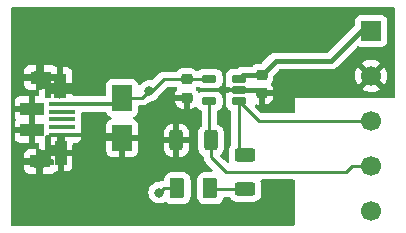
<source format=gbr>
%TF.GenerationSoftware,KiCad,Pcbnew,(6.0.7)*%
%TF.CreationDate,2022-12-26T23:37:46-05:00*%
%TF.ProjectId,Single_Li_Cell_Charger,53696e67-6c65-45f4-9c69-5f43656c6c5f,rev?*%
%TF.SameCoordinates,Original*%
%TF.FileFunction,Copper,L1,Top*%
%TF.FilePolarity,Positive*%
%FSLAX46Y46*%
G04 Gerber Fmt 4.6, Leading zero omitted, Abs format (unit mm)*
G04 Created by KiCad (PCBNEW (6.0.7)) date 2022-12-26 23:37:46*
%MOMM*%
%LPD*%
G01*
G04 APERTURE LIST*
G04 Aperture macros list*
%AMRoundRect*
0 Rectangle with rounded corners*
0 $1 Rounding radius*
0 $2 $3 $4 $5 $6 $7 $8 $9 X,Y pos of 4 corners*
0 Add a 4 corners polygon primitive as box body*
4,1,4,$2,$3,$4,$5,$6,$7,$8,$9,$2,$3,0*
0 Add four circle primitives for the rounded corners*
1,1,$1+$1,$2,$3*
1,1,$1+$1,$4,$5*
1,1,$1+$1,$6,$7*
1,1,$1+$1,$8,$9*
0 Add four rect primitives between the rounded corners*
20,1,$1+$1,$2,$3,$4,$5,0*
20,1,$1+$1,$4,$5,$6,$7,0*
20,1,$1+$1,$6,$7,$8,$9,0*
20,1,$1+$1,$8,$9,$2,$3,0*%
G04 Aperture macros list end*
%TA.AperFunction,SMDPad,CuDef*%
%ADD10R,2.170000X0.400000*%
%TD*%
%TA.AperFunction,SMDPad,CuDef*%
%ADD11R,0.500000X2.101500*%
%TD*%
%TA.AperFunction,SMDPad,CuDef*%
%ADD12R,0.550000X2.103000*%
%TD*%
%TA.AperFunction,ComponentPad*%
%ADD13O,0.900000X1.300000*%
%TD*%
%TA.AperFunction,SMDPad,CuDef*%
%ADD14R,2.000000X1.100000*%
%TD*%
%TA.AperFunction,SMDPad,CuDef*%
%ADD15R,1.016000X2.106000*%
%TD*%
%TA.AperFunction,ComponentPad*%
%ADD16O,1.500000X1.100000*%
%TD*%
%TA.AperFunction,SMDPad,CuDef*%
%ADD17R,1.700000X1.100000*%
%TD*%
%TA.AperFunction,SMDPad,CuDef*%
%ADD18R,1.800000X1.100000*%
%TD*%
%TA.AperFunction,SMDPad,CuDef*%
%ADD19R,0.983000X2.103000*%
%TD*%
%TA.AperFunction,SMDPad,CuDef*%
%ADD20RoundRect,0.250000X0.312500X0.625000X-0.312500X0.625000X-0.312500X-0.625000X0.312500X-0.625000X0*%
%TD*%
%TA.AperFunction,ComponentPad*%
%ADD21C,1.700000*%
%TD*%
%TA.AperFunction,SMDPad,CuDef*%
%ADD22RoundRect,0.250000X0.625000X-0.312500X0.625000X0.312500X-0.625000X0.312500X-0.625000X-0.312500X0*%
%TD*%
%TA.AperFunction,SMDPad,CuDef*%
%ADD23R,1.651000X2.184400*%
%TD*%
%TA.AperFunction,SMDPad,CuDef*%
%ADD24RoundRect,0.250000X0.375000X0.625000X-0.375000X0.625000X-0.375000X-0.625000X0.375000X-0.625000X0*%
%TD*%
%TA.AperFunction,ComponentPad*%
%ADD25R,1.700000X1.700000*%
%TD*%
%TA.AperFunction,SMDPad,CuDef*%
%ADD26RoundRect,0.225000X-0.250000X0.225000X-0.250000X-0.225000X0.250000X-0.225000X0.250000X0.225000X0*%
%TD*%
%TA.AperFunction,SMDPad,CuDef*%
%ADD27RoundRect,0.090000X0.520000X0.210000X-0.520000X0.210000X-0.520000X-0.210000X0.520000X-0.210000X0*%
%TD*%
%TA.AperFunction,ViaPad*%
%ADD28C,0.800000*%
%TD*%
%TA.AperFunction,Conductor*%
%ADD29C,0.250000*%
%TD*%
%TA.AperFunction,Conductor*%
%ADD30C,0.350000*%
%TD*%
%TA.AperFunction,Conductor*%
%ADD31C,0.400000*%
%TD*%
G04 APERTURE END LIST*
D10*
%TO.P,J1,1,VBUS*%
%TO.N,VDD*%
X22860000Y-22700000D03*
%TO.P,J1,2,D-*%
%TO.N,unconnected-(J1-Pad2)*%
X22860000Y-23350000D03*
%TO.P,J1,3,D+*%
%TO.N,unconnected-(J1-Pad3)*%
X22860000Y-24000000D03*
%TO.P,J1,4,ID*%
%TO.N,unconnected-(J1-Pad4)*%
X22860000Y-24650000D03*
%TO.P,J1,5,GND*%
%TO.N,-BATT*%
X22860000Y-25300000D03*
D11*
%TO.P,J1,6,Shield*%
X21645000Y-26849250D03*
D12*
X21670000Y-21151500D03*
D13*
X22720000Y-26410000D03*
D14*
X20345000Y-24900000D03*
D15*
X22699000Y-21153000D03*
D13*
X22720000Y-21570000D03*
D16*
X20870000Y-27575000D03*
D17*
X20995000Y-27550000D03*
D18*
X21045000Y-20450000D03*
D19*
X22736500Y-26848500D03*
D16*
X20870000Y-20425000D03*
D14*
X20345000Y-23100000D03*
%TD*%
D20*
%TO.P,Rprog1,1*%
%TO.N,Net-(J4-Pad1)*%
X35462500Y-25781000D03*
%TO.P,Rprog1,2*%
%TO.N,-BATT*%
X32537500Y-25781000D03*
%TD*%
D21*
%TO.P,J4,1,Pin_1*%
%TO.N,Net-(J4-Pad1)*%
X49022000Y-27940000D03*
%TD*%
D22*
%TO.P,Rled,1*%
%TO.N,Net-(D2-Pad1)*%
X38354000Y-29910500D03*
%TO.P,Rled,2*%
%TO.N,Net-(J3-Pad1)*%
X38354000Y-26985500D03*
%TD*%
D21*
%TO.P,J3,1,Pin_1*%
%TO.N,Net-(J3-Pad1)*%
X49022000Y-24130000D03*
%TD*%
%TO.P,J6,1,Pin_1*%
%TO.N,-BATT*%
X49022000Y-20320000D03*
%TD*%
D23*
%TO.P,D1,1,K*%
%TO.N,VDD*%
X27940000Y-22174200D03*
%TO.P,D1,2,A*%
%TO.N,-BATT*%
X27940000Y-25577800D03*
%TD*%
D24*
%TO.P,D2,1,K*%
%TO.N,Net-(D2-Pad1)*%
X35400000Y-29810000D03*
%TO.P,D2,2,A*%
%TO.N,VDD*%
X32600000Y-29810000D03*
%TD*%
D25*
%TO.P,J5,1,Pin_1*%
%TO.N,+BATT*%
X49022000Y-16510000D03*
%TD*%
D26*
%TO.P,C2,1*%
%TO.N,+BATT*%
X39751000Y-20230000D03*
%TO.P,C2,2*%
%TO.N,-BATT*%
X39751000Y-21780000D03*
%TD*%
D27*
%TO.P,U1,1,STAT*%
%TO.N,Net-(J3-Pad1)*%
X37821000Y-22450000D03*
%TO.P,U1,2,VSS*%
%TO.N,-BATT*%
X37821000Y-21500000D03*
%TO.P,U1,3,VBAT*%
%TO.N,+BATT*%
X37821000Y-20550000D03*
%TO.P,U1,4,VDD*%
%TO.N,VDD*%
X35331000Y-20550000D03*
%TO.P,U1,5,PROG*%
%TO.N,Net-(J4-Pad1)*%
X35331000Y-22450000D03*
%TD*%
D21*
%TO.P,J2,1,Pin_1*%
%TO.N,VDD*%
X49022000Y-31750000D03*
%TD*%
D26*
%TO.P,C1,1*%
%TO.N,VDD*%
X33401000Y-20598000D03*
%TO.P,C1,2*%
%TO.N,-BATT*%
X33401000Y-22148000D03*
%TD*%
D28*
%TO.N,VDD*%
X30226000Y-21590000D03*
X31079000Y-30191000D03*
%TD*%
D29*
%TO.N,VDD*%
X27940000Y-22174200D02*
X29641800Y-22174200D01*
X31472000Y-20598000D02*
X33401000Y-20598000D01*
X31460000Y-29810000D02*
X32600000Y-29810000D01*
X33401000Y-20598000D02*
X35283000Y-20598000D01*
X31079000Y-30191000D02*
X31460000Y-29810000D01*
X29641800Y-22174200D02*
X30226000Y-21590000D01*
X30480000Y-21590000D02*
X31472000Y-20598000D01*
D30*
X27414200Y-22700000D02*
X27940000Y-22174200D01*
X22860000Y-22700000D02*
X27414200Y-22700000D01*
D29*
X30226000Y-21590000D02*
X30480000Y-21590000D01*
D30*
%TO.N,-BATT*%
X27662200Y-25300000D02*
X27940000Y-25577800D01*
X22860000Y-25300000D02*
X27662200Y-25300000D01*
D31*
X39471000Y-21500000D02*
X39751000Y-21780000D01*
X37821000Y-21500000D02*
X39471000Y-21500000D01*
%TO.N,+BATT*%
X38141000Y-20230000D02*
X39751000Y-20230000D01*
X37821000Y-20550000D02*
X38141000Y-20230000D01*
X48133000Y-16510000D02*
X49022000Y-16510000D01*
X40931000Y-19050000D02*
X39751000Y-20230000D01*
X45593000Y-19050000D02*
X48133000Y-16510000D01*
X45593000Y-19050000D02*
X40931000Y-19050000D01*
D29*
%TO.N,Net-(D2-Pad1)*%
X35500500Y-29910500D02*
X35400000Y-29810000D01*
X38354000Y-29910500D02*
X35500500Y-29910500D01*
%TO.N,Net-(J3-Pad1)*%
X49022000Y-24130000D02*
X39501000Y-24130000D01*
X37821000Y-26452500D02*
X37821000Y-22450000D01*
X38354000Y-26985500D02*
X37821000Y-26452500D01*
X39501000Y-24130000D02*
X37821000Y-22450000D01*
%TO.N,Net-(J4-Pad1)*%
X36703000Y-28448000D02*
X46863000Y-28448000D01*
X35462500Y-25781000D02*
X35462500Y-27207500D01*
X35462500Y-27207500D02*
X36703000Y-28448000D01*
X35331000Y-25649500D02*
X35462500Y-25781000D01*
X47371000Y-27940000D02*
X49022000Y-27940000D01*
X46863000Y-28448000D02*
X47371000Y-27940000D01*
X35331000Y-22450000D02*
X35331000Y-25649500D01*
%TD*%
%TA.AperFunction,Conductor*%
%TO.N,-BATT*%
G36*
X50995621Y-14498502D02*
G01*
X51042114Y-14552158D01*
X51053500Y-14604500D01*
X51053500Y-22099000D01*
X51033498Y-22167121D01*
X50979842Y-22213614D01*
X50927500Y-22225000D01*
X42545000Y-22225000D01*
X42545000Y-23370500D01*
X42524998Y-23438621D01*
X42471342Y-23485114D01*
X42419000Y-23496500D01*
X39815595Y-23496500D01*
X39747474Y-23476498D01*
X39726500Y-23459595D01*
X39193656Y-22926751D01*
X39159630Y-22864439D01*
X39164695Y-22793624D01*
X39207242Y-22736788D01*
X39273762Y-22711977D01*
X39322417Y-22718063D01*
X39344807Y-22725489D01*
X39358190Y-22728358D01*
X39449097Y-22737672D01*
X39455513Y-22738000D01*
X39478885Y-22738000D01*
X39494124Y-22733525D01*
X39495329Y-22732135D01*
X39497000Y-22724452D01*
X39497000Y-22719885D01*
X40005000Y-22719885D01*
X40009475Y-22735124D01*
X40010865Y-22736329D01*
X40018548Y-22738000D01*
X40046438Y-22738000D01*
X40052953Y-22737663D01*
X40145057Y-22728106D01*
X40158456Y-22725212D01*
X40307107Y-22675619D01*
X40320286Y-22669445D01*
X40453173Y-22587212D01*
X40464574Y-22578176D01*
X40574986Y-22467571D01*
X40583998Y-22456160D01*
X40666004Y-22323120D01*
X40672151Y-22309939D01*
X40721491Y-22161186D01*
X40724358Y-22147810D01*
X40733672Y-22056903D01*
X40733929Y-22051874D01*
X40729525Y-22036876D01*
X40728135Y-22035671D01*
X40720452Y-22034000D01*
X40023115Y-22034000D01*
X40007876Y-22038475D01*
X40006671Y-22039865D01*
X40005000Y-22047548D01*
X40005000Y-22719885D01*
X39497000Y-22719885D01*
X39497000Y-21652000D01*
X39517002Y-21583879D01*
X39570658Y-21537386D01*
X39623000Y-21526000D01*
X40715885Y-21526000D01*
X40731124Y-21521525D01*
X40732329Y-21520135D01*
X40734000Y-21512452D01*
X40734000Y-21509562D01*
X40733663Y-21503047D01*
X40727625Y-21444853D01*
X48261977Y-21444853D01*
X48267258Y-21451907D01*
X48428756Y-21546279D01*
X48438042Y-21550729D01*
X48637001Y-21626703D01*
X48646899Y-21629579D01*
X48855595Y-21672038D01*
X48865823Y-21673257D01*
X49078650Y-21681062D01*
X49088936Y-21680595D01*
X49300185Y-21653534D01*
X49310262Y-21651392D01*
X49514255Y-21590191D01*
X49523842Y-21586433D01*
X49715098Y-21492738D01*
X49723944Y-21487465D01*
X49771247Y-21453723D01*
X49779648Y-21443023D01*
X49772660Y-21429870D01*
X49034812Y-20692022D01*
X49020868Y-20684408D01*
X49019035Y-20684539D01*
X49012420Y-20688790D01*
X48268737Y-21432473D01*
X48261977Y-21444853D01*
X40727625Y-21444853D01*
X40724106Y-21410943D01*
X40721212Y-21397544D01*
X40671619Y-21248893D01*
X40665445Y-21235714D01*
X40583212Y-21102827D01*
X40569629Y-21085689D01*
X40571559Y-21084159D01*
X40543097Y-21032120D01*
X40548113Y-20961301D01*
X40571799Y-20924383D01*
X40570843Y-20923628D01*
X40575381Y-20917882D01*
X40580552Y-20912702D01*
X40590953Y-20895829D01*
X40666462Y-20773331D01*
X40666463Y-20773329D01*
X40670302Y-20767101D01*
X40724149Y-20604757D01*
X40726660Y-20580255D01*
X40729083Y-20556599D01*
X40734500Y-20503732D01*
X40734500Y-20300660D01*
X40737083Y-20291863D01*
X47660050Y-20291863D01*
X47672309Y-20504477D01*
X47673745Y-20514697D01*
X47720565Y-20722446D01*
X47723645Y-20732275D01*
X47803770Y-20929603D01*
X47808413Y-20938794D01*
X47888460Y-21069420D01*
X47898916Y-21078880D01*
X47907694Y-21075096D01*
X48649978Y-20332812D01*
X48656356Y-20321132D01*
X49386408Y-20321132D01*
X49386539Y-20322965D01*
X49390790Y-20329580D01*
X50132474Y-21071264D01*
X50144484Y-21077823D01*
X50156223Y-21068855D01*
X50187004Y-21026019D01*
X50192315Y-21017180D01*
X50286670Y-20826267D01*
X50290469Y-20816672D01*
X50352376Y-20612915D01*
X50354555Y-20602834D01*
X50382590Y-20389887D01*
X50383109Y-20383212D01*
X50384572Y-20323364D01*
X50384378Y-20316646D01*
X50366781Y-20102604D01*
X50365096Y-20092424D01*
X50313214Y-19885875D01*
X50309894Y-19876124D01*
X50224972Y-19680814D01*
X50220105Y-19671739D01*
X50155063Y-19571197D01*
X50144377Y-19561995D01*
X50134812Y-19566398D01*
X49394022Y-20307188D01*
X49386408Y-20321132D01*
X48656356Y-20321132D01*
X48657592Y-20318868D01*
X48657461Y-20317035D01*
X48653210Y-20310420D01*
X47911849Y-19569059D01*
X47900313Y-19562759D01*
X47888031Y-19572382D01*
X47840089Y-19642662D01*
X47835004Y-19651613D01*
X47745338Y-19844783D01*
X47741775Y-19854470D01*
X47684864Y-20059681D01*
X47682933Y-20069800D01*
X47660302Y-20281574D01*
X47660050Y-20291863D01*
X40737083Y-20291863D01*
X40754502Y-20232539D01*
X40771405Y-20211565D01*
X41187565Y-19795405D01*
X41249877Y-19761379D01*
X41276660Y-19758500D01*
X45564088Y-19758500D01*
X45572658Y-19758792D01*
X45622776Y-19762209D01*
X45622780Y-19762209D01*
X45630352Y-19762725D01*
X45637829Y-19761420D01*
X45637830Y-19761420D01*
X45669876Y-19755827D01*
X45693303Y-19751738D01*
X45699821Y-19750777D01*
X45763242Y-19743102D01*
X45770343Y-19740419D01*
X45772952Y-19739778D01*
X45789262Y-19735315D01*
X45791798Y-19734550D01*
X45799284Y-19733243D01*
X45857800Y-19707556D01*
X45863904Y-19705065D01*
X45873620Y-19701394D01*
X45923656Y-19682487D01*
X45929919Y-19678183D01*
X45932285Y-19676946D01*
X45947097Y-19668701D01*
X45949351Y-19667368D01*
X45956305Y-19664315D01*
X46007002Y-19625413D01*
X46012332Y-19621541D01*
X46058720Y-19589661D01*
X46058725Y-19589656D01*
X46064981Y-19585357D01*
X46074271Y-19574931D01*
X46106435Y-19538830D01*
X46111416Y-19533554D01*
X46448543Y-19196427D01*
X48263223Y-19196427D01*
X48269968Y-19208758D01*
X49009188Y-19947978D01*
X49023132Y-19955592D01*
X49024965Y-19955461D01*
X49031580Y-19951210D01*
X49775389Y-19207401D01*
X49782410Y-19194544D01*
X49775611Y-19185213D01*
X49771554Y-19182518D01*
X49585117Y-19079599D01*
X49575705Y-19075369D01*
X49374959Y-19004280D01*
X49364989Y-19001646D01*
X49155327Y-18964301D01*
X49145073Y-18963331D01*
X48932116Y-18960728D01*
X48921832Y-18961448D01*
X48711321Y-18993661D01*
X48701293Y-18996050D01*
X48498868Y-19062212D01*
X48489359Y-19066209D01*
X48300466Y-19164540D01*
X48291734Y-19170039D01*
X48271677Y-19185099D01*
X48263223Y-19196427D01*
X46448543Y-19196427D01*
X47801788Y-17843183D01*
X47864100Y-17809157D01*
X47935112Y-17814296D01*
X48054282Y-17858971D01*
X48054288Y-17858973D01*
X48061684Y-17861745D01*
X48123866Y-17868500D01*
X49920134Y-17868500D01*
X49982316Y-17861745D01*
X50118705Y-17810615D01*
X50235261Y-17723261D01*
X50322615Y-17606705D01*
X50373745Y-17470316D01*
X50380500Y-17408134D01*
X50380500Y-15611866D01*
X50373745Y-15549684D01*
X50322615Y-15413295D01*
X50235261Y-15296739D01*
X50118705Y-15209385D01*
X49982316Y-15158255D01*
X49920134Y-15151500D01*
X48123866Y-15151500D01*
X48061684Y-15158255D01*
X47925295Y-15209385D01*
X47808739Y-15296739D01*
X47721385Y-15413295D01*
X47670255Y-15549684D01*
X47663500Y-15611866D01*
X47663500Y-15923870D01*
X47643498Y-15991991D01*
X47631582Y-16007682D01*
X47619548Y-16021190D01*
X47614584Y-16026446D01*
X45336435Y-18304595D01*
X45274123Y-18338621D01*
X45247340Y-18341500D01*
X40959912Y-18341500D01*
X40951342Y-18341208D01*
X40901224Y-18337791D01*
X40901220Y-18337791D01*
X40893648Y-18337275D01*
X40886171Y-18338580D01*
X40886170Y-18338580D01*
X40859692Y-18343201D01*
X40830697Y-18348262D01*
X40824179Y-18349223D01*
X40760758Y-18356898D01*
X40753657Y-18359581D01*
X40751048Y-18360222D01*
X40734738Y-18364685D01*
X40732202Y-18365450D01*
X40724716Y-18366757D01*
X40717759Y-18369811D01*
X40666205Y-18392442D01*
X40660101Y-18394933D01*
X40600344Y-18417513D01*
X40594081Y-18421817D01*
X40591715Y-18423054D01*
X40576903Y-18431299D01*
X40574649Y-18432632D01*
X40567695Y-18435685D01*
X40516998Y-18474587D01*
X40511668Y-18478459D01*
X40465280Y-18510339D01*
X40465275Y-18510344D01*
X40459019Y-18514643D01*
X40453968Y-18520313D01*
X40453966Y-18520314D01*
X40417565Y-18561170D01*
X40412584Y-18566446D01*
X39744435Y-19234595D01*
X39682123Y-19268621D01*
X39655340Y-19271500D01*
X39452268Y-19271500D01*
X39449022Y-19271837D01*
X39449018Y-19271837D01*
X39414917Y-19275375D01*
X39349981Y-19282113D01*
X39343440Y-19284295D01*
X39343441Y-19284295D01*
X39194676Y-19333927D01*
X39194674Y-19333928D01*
X39187732Y-19336244D01*
X39181508Y-19340096D01*
X39181507Y-19340096D01*
X39082245Y-19401521D01*
X39042287Y-19426248D01*
X39037114Y-19431430D01*
X39037109Y-19431434D01*
X38984119Y-19484517D01*
X38921837Y-19518597D01*
X38894946Y-19521500D01*
X38169912Y-19521500D01*
X38161342Y-19521208D01*
X38111224Y-19517791D01*
X38111220Y-19517791D01*
X38103648Y-19517275D01*
X38096171Y-19518580D01*
X38096170Y-19518580D01*
X38096073Y-19518597D01*
X38040703Y-19528261D01*
X38034186Y-19529222D01*
X37970758Y-19536898D01*
X37963650Y-19539584D01*
X37961056Y-19540221D01*
X37944750Y-19544682D01*
X37942199Y-19545452D01*
X37934716Y-19546758D01*
X37927764Y-19549810D01*
X37927763Y-19549810D01*
X37876212Y-19572439D01*
X37870105Y-19574931D01*
X37824931Y-19592001D01*
X37810344Y-19597513D01*
X37804083Y-19601816D01*
X37801717Y-19603053D01*
X37786937Y-19611280D01*
X37784652Y-19612631D01*
X37777695Y-19615685D01*
X37771675Y-19620305D01*
X37771669Y-19620308D01*
X37746659Y-19639500D01*
X37726998Y-19654587D01*
X37721668Y-19658459D01*
X37675280Y-19690339D01*
X37675275Y-19690344D01*
X37669019Y-19694643D01*
X37663967Y-19700313D01*
X37658269Y-19705337D01*
X37657180Y-19704102D01*
X37604603Y-19736875D01*
X37570776Y-19741501D01*
X37261776Y-19741501D01*
X37257692Y-19742039D01*
X37257686Y-19742039D01*
X37209249Y-19748416D01*
X37144760Y-19756905D01*
X37137138Y-19760062D01*
X37137135Y-19760063D01*
X37006796Y-19814052D01*
X37006794Y-19814053D01*
X36999168Y-19817212D01*
X36874145Y-19913145D01*
X36778212Y-20038168D01*
X36775053Y-20045794D01*
X36775052Y-20045796D01*
X36769301Y-20059681D01*
X36717905Y-20183760D01*
X36716828Y-20191944D01*
X36716827Y-20191946D01*
X36714244Y-20211565D01*
X36702500Y-20300775D01*
X36702501Y-20799224D01*
X36717905Y-20916240D01*
X36721063Y-20923865D01*
X36721065Y-20923871D01*
X36743252Y-20977434D01*
X36750842Y-21048024D01*
X36743253Y-21073871D01*
X36721552Y-21126261D01*
X36717314Y-21142079D01*
X36705998Y-21228039D01*
X36708209Y-21242221D01*
X36721367Y-21246000D01*
X36908454Y-21246000D01*
X36976575Y-21266002D01*
X36985156Y-21272037D01*
X36999168Y-21282788D01*
X37144760Y-21343095D01*
X37152944Y-21344172D01*
X37152946Y-21344173D01*
X37257688Y-21357962D01*
X37261775Y-21358500D01*
X37272365Y-21358500D01*
X37949001Y-21358499D01*
X38017121Y-21378501D01*
X38063614Y-21432157D01*
X38075000Y-21484499D01*
X38075000Y-21515500D01*
X38054998Y-21583621D01*
X38001342Y-21630114D01*
X37949000Y-21641500D01*
X37272368Y-21641501D01*
X37261776Y-21641501D01*
X37257692Y-21642039D01*
X37257686Y-21642039D01*
X37209249Y-21648416D01*
X37144760Y-21656905D01*
X37137138Y-21660062D01*
X37137135Y-21660063D01*
X37071964Y-21687058D01*
X36999168Y-21717212D01*
X36992618Y-21722238D01*
X36985157Y-21727963D01*
X36918936Y-21753563D01*
X36908454Y-21754000D01*
X36721748Y-21754000D01*
X36707977Y-21758044D01*
X36705948Y-21771583D01*
X36717314Y-21857921D01*
X36721551Y-21873735D01*
X36743253Y-21926127D01*
X36750842Y-21996717D01*
X36743253Y-22022564D01*
X36727699Y-22060116D01*
X36717905Y-22083760D01*
X36716828Y-22091944D01*
X36716827Y-22091946D01*
X36705009Y-22181715D01*
X36702500Y-22200775D01*
X36702501Y-22699224D01*
X36703039Y-22703308D01*
X36703039Y-22703314D01*
X36708508Y-22744859D01*
X36717905Y-22816240D01*
X36721062Y-22823862D01*
X36721063Y-22823865D01*
X36772538Y-22948134D01*
X36778212Y-22961832D01*
X36874145Y-23086855D01*
X36999168Y-23182788D01*
X37006798Y-23185949D01*
X37006799Y-23185949D01*
X37109718Y-23228580D01*
X37164999Y-23273129D01*
X37187500Y-23344989D01*
X37187500Y-26089664D01*
X37167498Y-26157785D01*
X37150674Y-26178681D01*
X37129695Y-26199697D01*
X37036885Y-26350262D01*
X37034581Y-26357209D01*
X36987918Y-26497895D01*
X36981203Y-26518139D01*
X36980503Y-26524975D01*
X36980502Y-26524978D01*
X36977526Y-26554022D01*
X36970500Y-26622600D01*
X36970500Y-27348400D01*
X36970837Y-27351646D01*
X36970837Y-27351650D01*
X36977196Y-27412931D01*
X36981474Y-27454166D01*
X36983655Y-27460702D01*
X36983655Y-27460704D01*
X37000906Y-27512411D01*
X37003490Y-27583360D01*
X36967306Y-27644444D01*
X36903842Y-27676269D01*
X36833247Y-27668730D01*
X36792286Y-27641382D01*
X36569547Y-27418642D01*
X36291424Y-27140519D01*
X36257399Y-27078207D01*
X36262464Y-27007391D01*
X36291347Y-26962406D01*
X36369134Y-26884483D01*
X36374305Y-26879303D01*
X36430828Y-26787606D01*
X36463275Y-26734968D01*
X36463276Y-26734966D01*
X36467115Y-26728738D01*
X36512194Y-26592829D01*
X36520632Y-26567389D01*
X36520632Y-26567387D01*
X36522797Y-26560861D01*
X36523843Y-26550658D01*
X36531389Y-26477000D01*
X36533500Y-26456400D01*
X36533500Y-25105600D01*
X36532455Y-25095525D01*
X36523238Y-25006692D01*
X36523237Y-25006688D01*
X36522526Y-24999834D01*
X36489730Y-24901531D01*
X36468868Y-24839002D01*
X36466550Y-24832054D01*
X36373478Y-24681652D01*
X36342179Y-24650407D01*
X36253483Y-24561866D01*
X36248303Y-24556695D01*
X36129574Y-24483509D01*
X36103968Y-24467725D01*
X36103966Y-24467724D01*
X36097738Y-24463885D01*
X36050832Y-24448327D01*
X35992472Y-24407896D01*
X35965236Y-24342331D01*
X35964500Y-24328734D01*
X35964500Y-23344989D01*
X35984502Y-23276868D01*
X36042282Y-23228580D01*
X36145201Y-23185949D01*
X36145202Y-23185949D01*
X36152832Y-23182788D01*
X36277855Y-23086855D01*
X36373788Y-22961832D01*
X36379938Y-22946986D01*
X36430936Y-22823866D01*
X36434095Y-22816240D01*
X36435220Y-22807700D01*
X36448962Y-22703312D01*
X36448962Y-22703311D01*
X36449500Y-22699225D01*
X36449499Y-22200776D01*
X36448644Y-22194276D01*
X36435795Y-22096676D01*
X36434095Y-22083760D01*
X36424302Y-22060116D01*
X36376948Y-21945796D01*
X36376947Y-21945794D01*
X36373788Y-21938168D01*
X36288391Y-21826876D01*
X36282878Y-21819691D01*
X36277855Y-21813145D01*
X36152832Y-21717212D01*
X36145206Y-21714053D01*
X36145204Y-21714052D01*
X36014866Y-21660064D01*
X36014867Y-21660064D01*
X36007240Y-21656905D01*
X35999056Y-21655828D01*
X35999054Y-21655827D01*
X35894312Y-21642038D01*
X35894311Y-21642038D01*
X35890225Y-21641500D01*
X35331068Y-21641500D01*
X34771776Y-21641501D01*
X34767692Y-21642039D01*
X34767686Y-21642039D01*
X34719249Y-21648416D01*
X34654760Y-21656905D01*
X34647138Y-21660062D01*
X34647135Y-21660063D01*
X34565304Y-21693960D01*
X34509168Y-21717212D01*
X34509028Y-21716873D01*
X34445007Y-21732408D01*
X34377914Y-21709190D01*
X34334024Y-21653385D01*
X34331472Y-21646426D01*
X34321619Y-21616893D01*
X34315445Y-21603714D01*
X34233212Y-21470827D01*
X34219629Y-21453689D01*
X34221559Y-21452159D01*
X34193097Y-21400120D01*
X34198113Y-21329301D01*
X34221799Y-21292382D01*
X34220844Y-21291627D01*
X34225382Y-21285881D01*
X34230552Y-21280702D01*
X34232014Y-21278330D01*
X34288412Y-21238345D01*
X34329376Y-21231500D01*
X34399556Y-21231500D01*
X34467677Y-21251502D01*
X34476260Y-21257537D01*
X34509168Y-21282788D01*
X34516794Y-21285947D01*
X34516796Y-21285948D01*
X34604303Y-21322195D01*
X34654760Y-21343095D01*
X34662944Y-21344172D01*
X34662946Y-21344173D01*
X34767688Y-21357962D01*
X34771775Y-21358500D01*
X35330932Y-21358500D01*
X35890224Y-21358499D01*
X35894308Y-21357961D01*
X35894314Y-21357961D01*
X35942751Y-21351584D01*
X36007240Y-21343095D01*
X36014862Y-21339938D01*
X36014865Y-21339937D01*
X36145204Y-21285948D01*
X36145206Y-21285947D01*
X36152832Y-21282788D01*
X36277855Y-21186855D01*
X36373788Y-21061832D01*
X36377424Y-21053056D01*
X36430936Y-20923866D01*
X36434095Y-20916240D01*
X36435279Y-20907251D01*
X36448962Y-20803312D01*
X36448962Y-20803311D01*
X36449500Y-20799225D01*
X36449499Y-20300776D01*
X36446972Y-20281574D01*
X36435706Y-20196000D01*
X36434095Y-20183760D01*
X36430937Y-20176134D01*
X36376948Y-20045796D01*
X36376947Y-20045794D01*
X36373788Y-20038168D01*
X36277855Y-19913145D01*
X36152832Y-19817212D01*
X36145206Y-19814053D01*
X36145204Y-19814052D01*
X36057697Y-19777805D01*
X36007240Y-19756905D01*
X35999056Y-19755828D01*
X35999054Y-19755827D01*
X35894312Y-19742038D01*
X35894311Y-19742038D01*
X35890225Y-19741500D01*
X35331068Y-19741500D01*
X34771776Y-19741501D01*
X34767692Y-19742039D01*
X34767686Y-19742039D01*
X34719249Y-19748416D01*
X34654760Y-19756905D01*
X34647138Y-19760062D01*
X34647135Y-19760063D01*
X34516796Y-19814052D01*
X34516794Y-19814053D01*
X34509168Y-19817212D01*
X34384145Y-19913145D01*
X34382004Y-19910354D01*
X34333912Y-19936615D01*
X34263097Y-19931550D01*
X34218113Y-19902668D01*
X34108702Y-19793448D01*
X34090769Y-19782394D01*
X33969331Y-19707538D01*
X33969329Y-19707537D01*
X33963101Y-19703698D01*
X33800757Y-19649851D01*
X33793920Y-19649151D01*
X33793918Y-19649150D01*
X33752599Y-19644917D01*
X33699732Y-19639500D01*
X33102268Y-19639500D01*
X33099022Y-19639837D01*
X33099018Y-19639837D01*
X33071793Y-19642662D01*
X32999981Y-19650113D01*
X32965263Y-19661696D01*
X32844676Y-19701927D01*
X32844674Y-19701928D01*
X32837732Y-19704244D01*
X32831508Y-19708096D01*
X32831507Y-19708096D01*
X32743228Y-19762725D01*
X32692287Y-19794248D01*
X32687114Y-19799430D01*
X32669363Y-19817212D01*
X32571448Y-19915298D01*
X32569986Y-19917670D01*
X32513588Y-19957655D01*
X32472624Y-19964500D01*
X31550767Y-19964500D01*
X31539584Y-19963973D01*
X31532091Y-19962298D01*
X31524165Y-19962547D01*
X31524164Y-19962547D01*
X31464001Y-19964438D01*
X31460043Y-19964500D01*
X31432144Y-19964500D01*
X31428154Y-19965004D01*
X31416320Y-19965936D01*
X31372111Y-19967326D01*
X31364497Y-19969538D01*
X31364492Y-19969539D01*
X31352659Y-19972977D01*
X31333296Y-19976988D01*
X31313203Y-19979526D01*
X31305836Y-19982443D01*
X31305831Y-19982444D01*
X31272092Y-19995802D01*
X31260865Y-19999646D01*
X31218407Y-20011982D01*
X31211581Y-20016019D01*
X31200972Y-20022293D01*
X31183224Y-20030988D01*
X31164383Y-20038448D01*
X31157967Y-20043110D01*
X31157966Y-20043110D01*
X31128613Y-20064436D01*
X31118693Y-20070952D01*
X31087465Y-20089420D01*
X31087462Y-20089422D01*
X31080638Y-20093458D01*
X31066317Y-20107779D01*
X31051284Y-20120619D01*
X31034893Y-20132528D01*
X31029842Y-20138634D01*
X31006702Y-20166605D01*
X30998712Y-20175384D01*
X30510977Y-20663119D01*
X30448665Y-20697145D01*
X30395686Y-20697271D01*
X30327946Y-20682873D01*
X30327947Y-20682873D01*
X30321487Y-20681500D01*
X30130513Y-20681500D01*
X30124061Y-20682872D01*
X30124056Y-20682872D01*
X30037113Y-20701353D01*
X29943712Y-20721206D01*
X29937682Y-20723891D01*
X29937681Y-20723891D01*
X29775278Y-20796197D01*
X29775276Y-20796198D01*
X29769248Y-20798882D01*
X29763907Y-20802762D01*
X29763906Y-20802763D01*
X29763148Y-20803314D01*
X29614747Y-20911134D01*
X29610326Y-20916044D01*
X29610325Y-20916045D01*
X29487266Y-21052716D01*
X29426820Y-21089956D01*
X29355836Y-21088604D01*
X29296852Y-21049091D01*
X29270519Y-20987081D01*
X29269925Y-20987222D01*
X29269092Y-20983720D01*
X29268367Y-20982012D01*
X29268099Y-20979540D01*
X29268098Y-20979536D01*
X29267245Y-20971684D01*
X29216115Y-20835295D01*
X29128761Y-20718739D01*
X29012205Y-20631385D01*
X28875816Y-20580255D01*
X28813634Y-20573500D01*
X27066366Y-20573500D01*
X27004184Y-20580255D01*
X26867795Y-20631385D01*
X26751239Y-20718739D01*
X26663885Y-20835295D01*
X26612755Y-20971684D01*
X26606000Y-21033866D01*
X26606000Y-21890500D01*
X26585998Y-21958621D01*
X26532342Y-22005114D01*
X26480000Y-22016500D01*
X24126826Y-22016500D01*
X24082596Y-22008482D01*
X24055316Y-21998255D01*
X23993134Y-21991500D01*
X23841000Y-21991500D01*
X23772879Y-21971498D01*
X23726386Y-21917842D01*
X23715000Y-21865500D01*
X23715000Y-21842115D01*
X23710525Y-21826876D01*
X23709135Y-21825671D01*
X23701452Y-21824000D01*
X22971115Y-21824000D01*
X22955876Y-21828475D01*
X22954671Y-21829865D01*
X22953000Y-21837548D01*
X22953000Y-21865500D01*
X22932998Y-21933621D01*
X22879342Y-21980114D01*
X22827000Y-21991500D01*
X22571000Y-21991500D01*
X22502879Y-21971498D01*
X22456386Y-21917842D01*
X22445000Y-21865500D01*
X22445000Y-21842115D01*
X22440525Y-21826876D01*
X22439135Y-21825671D01*
X22431452Y-21824000D01*
X21848000Y-21824000D01*
X21779879Y-21803998D01*
X21733386Y-21750342D01*
X21722000Y-21698000D01*
X21722000Y-21425115D01*
X21717525Y-21409876D01*
X21716135Y-21408671D01*
X21708452Y-21407000D01*
X21649896Y-21407000D01*
X21635943Y-21405500D01*
X21142115Y-21405500D01*
X21126876Y-21409975D01*
X21125671Y-21411365D01*
X21122970Y-21423783D01*
X21088945Y-21486095D01*
X21026633Y-21520120D01*
X20999849Y-21523000D01*
X20905116Y-21523000D01*
X20889877Y-21527475D01*
X20888672Y-21528865D01*
X20887001Y-21536548D01*
X20887001Y-21916000D01*
X20866999Y-21984121D01*
X20813343Y-22030614D01*
X20761001Y-22042000D01*
X20617115Y-22042000D01*
X20601876Y-22046475D01*
X20600671Y-22047865D01*
X20599000Y-22055548D01*
X20599000Y-25939884D01*
X20603475Y-25955123D01*
X20604865Y-25956328D01*
X20612548Y-25957999D01*
X20761000Y-25957999D01*
X20829121Y-25978001D01*
X20875614Y-26031657D01*
X20887000Y-26083999D01*
X20887000Y-26458885D01*
X20891475Y-26474124D01*
X20892865Y-26475329D01*
X20900548Y-26477000D01*
X20999101Y-26477000D01*
X21067222Y-26497002D01*
X21113715Y-26550658D01*
X21119997Y-26567502D01*
X21128475Y-26596374D01*
X21129865Y-26597579D01*
X21137548Y-26599250D01*
X21376885Y-26599250D01*
X21392124Y-26594775D01*
X21393329Y-26593385D01*
X21395000Y-26585702D01*
X21395000Y-25432443D01*
X21415002Y-25364322D01*
X21468658Y-25317829D01*
X21538932Y-25307725D01*
X21565227Y-25314460D01*
X21664684Y-25351745D01*
X21726866Y-25358500D01*
X21769000Y-25358500D01*
X21837121Y-25378502D01*
X21883614Y-25432158D01*
X21895000Y-25484500D01*
X21895000Y-26137885D01*
X21899475Y-26153124D01*
X21900865Y-26154329D01*
X21908548Y-26156000D01*
X22447885Y-26156000D01*
X22463124Y-26151525D01*
X22464329Y-26150135D01*
X22466000Y-26142452D01*
X22466000Y-25484500D01*
X22486002Y-25416379D01*
X22539658Y-25369886D01*
X22592000Y-25358500D01*
X22937372Y-25358500D01*
X23005493Y-25378502D01*
X23051986Y-25432158D01*
X23062090Y-25502432D01*
X23060492Y-25511285D01*
X23060000Y-25513547D01*
X23060000Y-25938590D01*
X23039998Y-26006711D01*
X23012035Y-26030941D01*
X22992171Y-26053865D01*
X22990500Y-26061548D01*
X22990500Y-26576385D01*
X22994975Y-26591624D01*
X22996365Y-26592829D01*
X23004048Y-26594500D01*
X23717884Y-26594500D01*
X23733123Y-26590025D01*
X23734328Y-26588635D01*
X23735999Y-26580952D01*
X23735999Y-26133999D01*
X23756001Y-26065878D01*
X23809657Y-26019385D01*
X23861999Y-26007999D01*
X23989669Y-26007999D01*
X23996490Y-26007629D01*
X24047352Y-26002105D01*
X24062604Y-25998479D01*
X24183054Y-25953324D01*
X24198649Y-25944786D01*
X24300724Y-25868285D01*
X24313285Y-25855724D01*
X24389786Y-25753649D01*
X24398324Y-25738054D01*
X24443478Y-25617606D01*
X24447105Y-25602351D01*
X24452631Y-25551486D01*
X24453000Y-25544668D01*
X24453000Y-25518115D01*
X24450290Y-25508885D01*
X31467000Y-25508885D01*
X31471475Y-25524124D01*
X31472865Y-25525329D01*
X31480548Y-25527000D01*
X32265385Y-25527000D01*
X32280624Y-25522525D01*
X32281829Y-25521135D01*
X32283500Y-25513452D01*
X32283500Y-25508885D01*
X32791500Y-25508885D01*
X32795975Y-25524124D01*
X32797365Y-25525329D01*
X32805048Y-25527000D01*
X33589884Y-25527000D01*
X33605123Y-25522525D01*
X33606328Y-25521135D01*
X33607999Y-25513452D01*
X33607999Y-25108905D01*
X33607662Y-25102386D01*
X33597743Y-25006794D01*
X33594851Y-24993400D01*
X33543412Y-24839216D01*
X33537239Y-24826038D01*
X33451937Y-24688193D01*
X33442901Y-24676792D01*
X33328171Y-24562261D01*
X33316760Y-24553249D01*
X33178757Y-24468184D01*
X33165576Y-24462037D01*
X33011290Y-24410862D01*
X32997914Y-24407995D01*
X32903562Y-24398328D01*
X32897145Y-24398000D01*
X32809615Y-24398000D01*
X32794376Y-24402475D01*
X32793171Y-24403865D01*
X32791500Y-24411548D01*
X32791500Y-25508885D01*
X32283500Y-25508885D01*
X32283500Y-24416116D01*
X32279025Y-24400877D01*
X32277635Y-24399672D01*
X32269952Y-24398001D01*
X32177905Y-24398001D01*
X32171386Y-24398338D01*
X32075794Y-24408257D01*
X32062400Y-24411149D01*
X31908216Y-24462588D01*
X31895038Y-24468761D01*
X31757193Y-24554063D01*
X31745792Y-24563099D01*
X31631261Y-24677829D01*
X31622249Y-24689240D01*
X31537184Y-24827243D01*
X31531037Y-24840424D01*
X31479862Y-24994710D01*
X31476995Y-25008086D01*
X31467328Y-25102438D01*
X31467000Y-25108855D01*
X31467000Y-25508885D01*
X24450290Y-25508885D01*
X24448525Y-25502876D01*
X24447135Y-25501671D01*
X24439452Y-25500000D01*
X24303884Y-25500000D01*
X24235763Y-25479998D01*
X24189270Y-25426342D01*
X24179166Y-25356068D01*
X24208660Y-25291488D01*
X24228319Y-25273174D01*
X24301081Y-25218642D01*
X24308261Y-25213261D01*
X24356242Y-25149240D01*
X24413101Y-25106725D01*
X24421570Y-25103909D01*
X24450123Y-25095525D01*
X24451328Y-25094135D01*
X24452999Y-25086452D01*
X24452999Y-25055331D01*
X24452629Y-25048510D01*
X24446252Y-24989793D01*
X24448998Y-24989495D01*
X24448940Y-24960554D01*
X24446745Y-24960316D01*
X24453131Y-24901531D01*
X24453500Y-24898134D01*
X24453500Y-24401866D01*
X24446745Y-24339684D01*
X24449174Y-24339420D01*
X24449174Y-24310580D01*
X24446745Y-24310316D01*
X24453131Y-24251531D01*
X24453500Y-24248134D01*
X24453500Y-23751866D01*
X24446745Y-23689684D01*
X24449174Y-23689420D01*
X24449174Y-23660580D01*
X24446745Y-23660316D01*
X24453131Y-23601531D01*
X24453500Y-23598134D01*
X24453500Y-23509500D01*
X24473502Y-23441379D01*
X24527158Y-23394886D01*
X24579500Y-23383500D01*
X26527970Y-23383500D01*
X26596091Y-23403502D01*
X26642584Y-23457158D01*
X26645952Y-23465270D01*
X26653664Y-23485840D01*
X26663885Y-23513105D01*
X26751239Y-23629661D01*
X26867795Y-23717015D01*
X26876203Y-23720167D01*
X26977882Y-23758285D01*
X27034646Y-23800927D01*
X27059346Y-23867488D01*
X27044138Y-23936837D01*
X26993853Y-23986955D01*
X26977882Y-23994249D01*
X26876446Y-24032276D01*
X26860851Y-24040814D01*
X26758776Y-24117315D01*
X26746215Y-24129876D01*
X26669714Y-24231951D01*
X26661176Y-24247546D01*
X26616022Y-24367994D01*
X26612395Y-24383249D01*
X26606869Y-24434114D01*
X26606500Y-24440928D01*
X26606500Y-25305685D01*
X26610975Y-25320924D01*
X26612365Y-25322129D01*
X26620048Y-25323800D01*
X29255384Y-25323800D01*
X29270623Y-25319325D01*
X29271828Y-25317935D01*
X29273499Y-25310252D01*
X29273499Y-24440931D01*
X29273129Y-24434110D01*
X29267605Y-24383248D01*
X29263979Y-24367996D01*
X29218824Y-24247546D01*
X29210286Y-24231951D01*
X29133785Y-24129876D01*
X29121224Y-24117315D01*
X29019149Y-24040814D01*
X29003554Y-24032276D01*
X28902118Y-23994249D01*
X28845354Y-23951607D01*
X28820654Y-23885046D01*
X28835862Y-23815697D01*
X28886148Y-23765579D01*
X28902118Y-23758285D01*
X29003797Y-23720167D01*
X29012205Y-23717015D01*
X29128761Y-23629661D01*
X29216115Y-23513105D01*
X29267245Y-23376716D01*
X29274000Y-23314534D01*
X29274000Y-22933700D01*
X29294002Y-22865579D01*
X29347658Y-22819086D01*
X29400000Y-22807700D01*
X29563033Y-22807700D01*
X29574216Y-22808227D01*
X29581709Y-22809902D01*
X29589635Y-22809653D01*
X29589636Y-22809653D01*
X29649786Y-22807762D01*
X29653745Y-22807700D01*
X29681656Y-22807700D01*
X29685591Y-22807203D01*
X29685656Y-22807195D01*
X29697493Y-22806262D01*
X29729751Y-22805248D01*
X29733770Y-22805122D01*
X29741689Y-22804873D01*
X29761143Y-22799221D01*
X29780500Y-22795213D01*
X29792730Y-22793668D01*
X29792731Y-22793668D01*
X29800597Y-22792674D01*
X29807968Y-22789755D01*
X29807970Y-22789755D01*
X29841712Y-22776396D01*
X29852942Y-22772551D01*
X29887783Y-22762429D01*
X29887784Y-22762429D01*
X29895393Y-22760218D01*
X29902212Y-22756185D01*
X29902217Y-22756183D01*
X29912828Y-22749907D01*
X29930576Y-22741212D01*
X29949417Y-22733752D01*
X29956842Y-22728358D01*
X29985187Y-22707764D01*
X29995107Y-22701248D01*
X30026335Y-22682780D01*
X30026338Y-22682778D01*
X30033162Y-22678742D01*
X30047483Y-22664421D01*
X30062517Y-22651580D01*
X30072494Y-22644331D01*
X30078907Y-22639672D01*
X30107098Y-22605595D01*
X30115088Y-22596816D01*
X30176499Y-22535405D01*
X30238811Y-22501379D01*
X30265594Y-22498500D01*
X30321487Y-22498500D01*
X30327939Y-22497128D01*
X30327944Y-22497128D01*
X30414887Y-22478647D01*
X30508288Y-22458794D01*
X30523849Y-22451866D01*
X30598930Y-22418438D01*
X32418000Y-22418438D01*
X32418337Y-22424953D01*
X32427894Y-22517057D01*
X32430788Y-22530456D01*
X32480381Y-22679107D01*
X32486555Y-22692286D01*
X32568788Y-22825173D01*
X32577824Y-22836574D01*
X32688429Y-22946986D01*
X32699840Y-22955998D01*
X32832880Y-23038004D01*
X32846061Y-23044151D01*
X32994814Y-23093491D01*
X33008190Y-23096358D01*
X33099097Y-23105672D01*
X33105513Y-23106000D01*
X33128885Y-23106000D01*
X33144124Y-23101525D01*
X33145329Y-23100135D01*
X33147000Y-23092452D01*
X33147000Y-22420115D01*
X33142525Y-22404876D01*
X33141135Y-22403671D01*
X33133452Y-22402000D01*
X32436115Y-22402000D01*
X32420876Y-22406475D01*
X32419671Y-22407865D01*
X32418000Y-22415548D01*
X32418000Y-22418438D01*
X30598930Y-22418438D01*
X30676722Y-22383803D01*
X30676724Y-22383802D01*
X30682752Y-22381118D01*
X30837253Y-22268866D01*
X30894851Y-22204897D01*
X30960621Y-22131852D01*
X30960622Y-22131851D01*
X30965040Y-22126944D01*
X31060527Y-21961556D01*
X31078218Y-21907108D01*
X31108956Y-21856948D01*
X31697501Y-21268404D01*
X31759813Y-21234379D01*
X31786596Y-21231500D01*
X32472621Y-21231500D01*
X32540742Y-21251502D01*
X32569884Y-21277894D01*
X32572248Y-21281713D01*
X32577432Y-21286888D01*
X32581978Y-21292624D01*
X32580171Y-21294056D01*
X32608902Y-21346575D01*
X32603892Y-21417395D01*
X32580501Y-21453853D01*
X32581552Y-21454683D01*
X32568002Y-21471840D01*
X32485996Y-21604880D01*
X32479849Y-21618061D01*
X32430509Y-21766814D01*
X32427642Y-21780190D01*
X32418328Y-21871097D01*
X32418071Y-21876126D01*
X32422475Y-21891124D01*
X32423865Y-21892329D01*
X32431548Y-21894000D01*
X33529000Y-21894000D01*
X33597121Y-21914002D01*
X33643614Y-21967658D01*
X33655000Y-22020000D01*
X33655000Y-23087885D01*
X33659475Y-23103124D01*
X33660865Y-23104329D01*
X33668548Y-23106000D01*
X33696438Y-23106000D01*
X33702953Y-23105663D01*
X33795057Y-23096106D01*
X33808456Y-23093212D01*
X33957107Y-23043619D01*
X33970286Y-23037445D01*
X34103177Y-22955209D01*
X34114771Y-22946021D01*
X34180582Y-22919386D01*
X34250346Y-22932559D01*
X34292994Y-22968064D01*
X34384145Y-23086855D01*
X34509168Y-23182788D01*
X34516798Y-23185949D01*
X34516799Y-23185949D01*
X34619718Y-23228580D01*
X34674999Y-23273129D01*
X34697500Y-23344989D01*
X34697500Y-24483509D01*
X34677498Y-24551630D01*
X34660673Y-24572527D01*
X34601492Y-24631811D01*
X34550695Y-24682697D01*
X34546855Y-24688927D01*
X34546854Y-24688928D01*
X34488558Y-24783502D01*
X34457885Y-24833262D01*
X34402203Y-25001139D01*
X34401503Y-25007975D01*
X34401502Y-25007978D01*
X34397349Y-25048510D01*
X34391500Y-25105600D01*
X34391500Y-26456400D01*
X34391837Y-26459646D01*
X34391837Y-26459650D01*
X34401753Y-26555214D01*
X34402474Y-26562166D01*
X34404655Y-26568702D01*
X34404655Y-26568704D01*
X34413353Y-26594775D01*
X34458450Y-26729946D01*
X34551522Y-26880348D01*
X34676697Y-27005305D01*
X34682927Y-27009145D01*
X34682928Y-27009146D01*
X34767516Y-27061287D01*
X34815009Y-27114060D01*
X34827338Y-27164588D01*
X34828938Y-27215486D01*
X34829000Y-27219445D01*
X34829000Y-27247356D01*
X34829497Y-27251290D01*
X34829497Y-27251291D01*
X34829505Y-27251356D01*
X34830438Y-27263193D01*
X34831827Y-27307389D01*
X34837478Y-27326839D01*
X34841487Y-27346200D01*
X34842176Y-27351650D01*
X34844026Y-27366297D01*
X34846945Y-27373668D01*
X34846945Y-27373670D01*
X34860304Y-27407412D01*
X34864149Y-27418642D01*
X34872388Y-27447000D01*
X34876482Y-27461093D01*
X34880515Y-27467912D01*
X34880517Y-27467917D01*
X34886793Y-27478528D01*
X34895488Y-27496276D01*
X34902948Y-27515117D01*
X34907610Y-27521533D01*
X34907610Y-27521534D01*
X34928936Y-27550887D01*
X34935452Y-27560807D01*
X34951123Y-27587304D01*
X34957958Y-27598862D01*
X34972279Y-27613183D01*
X34985119Y-27628216D01*
X34997028Y-27644607D01*
X35003132Y-27649657D01*
X35003137Y-27649662D01*
X35031098Y-27672793D01*
X35039879Y-27680783D01*
X35570500Y-28211405D01*
X35604525Y-28273717D01*
X35599460Y-28344533D01*
X35556913Y-28401368D01*
X35490393Y-28426179D01*
X35481404Y-28426500D01*
X34974600Y-28426500D01*
X34971354Y-28426837D01*
X34971350Y-28426837D01*
X34875692Y-28436762D01*
X34875688Y-28436763D01*
X34868834Y-28437474D01*
X34862298Y-28439655D01*
X34862296Y-28439655D01*
X34814132Y-28455724D01*
X34701054Y-28493450D01*
X34550652Y-28586522D01*
X34425695Y-28711697D01*
X34332885Y-28862262D01*
X34277203Y-29030139D01*
X34276503Y-29036975D01*
X34276502Y-29036978D01*
X34273093Y-29070256D01*
X34266500Y-29134600D01*
X34266500Y-30485400D01*
X34266837Y-30488646D01*
X34266837Y-30488650D01*
X34275483Y-30571973D01*
X34277474Y-30591166D01*
X34279655Y-30597702D01*
X34279655Y-30597704D01*
X34290541Y-30630333D01*
X34333450Y-30758946D01*
X34426522Y-30909348D01*
X34551697Y-31034305D01*
X34557927Y-31038145D01*
X34557928Y-31038146D01*
X34695090Y-31122694D01*
X34702262Y-31127115D01*
X34782005Y-31153564D01*
X34863611Y-31180632D01*
X34863613Y-31180632D01*
X34870139Y-31182797D01*
X34876975Y-31183497D01*
X34876978Y-31183498D01*
X34920031Y-31187909D01*
X34974600Y-31193500D01*
X35825400Y-31193500D01*
X35828646Y-31193163D01*
X35828650Y-31193163D01*
X35924308Y-31183238D01*
X35924312Y-31183237D01*
X35931166Y-31182526D01*
X35937702Y-31180345D01*
X35937704Y-31180345D01*
X36069806Y-31136272D01*
X36098946Y-31126550D01*
X36249348Y-31033478D01*
X36374305Y-30908303D01*
X36384269Y-30892138D01*
X36463275Y-30763968D01*
X36463276Y-30763966D01*
X36467115Y-30757738D01*
X36509373Y-30630333D01*
X36549803Y-30571973D01*
X36615368Y-30544736D01*
X36628966Y-30544000D01*
X36965425Y-30544000D01*
X37033546Y-30564002D01*
X37072568Y-30603696D01*
X37130522Y-30697348D01*
X37255697Y-30822305D01*
X37261927Y-30826145D01*
X37261928Y-30826146D01*
X37399090Y-30910694D01*
X37406262Y-30915115D01*
X37486005Y-30941564D01*
X37567611Y-30968632D01*
X37567613Y-30968632D01*
X37574139Y-30970797D01*
X37580975Y-30971497D01*
X37580978Y-30971498D01*
X37617561Y-30975246D01*
X37678600Y-30981500D01*
X39029400Y-30981500D01*
X39032646Y-30981163D01*
X39032650Y-30981163D01*
X39128308Y-30971238D01*
X39128312Y-30971237D01*
X39135166Y-30970526D01*
X39141702Y-30968345D01*
X39141704Y-30968345D01*
X39291775Y-30918277D01*
X39302946Y-30914550D01*
X39453348Y-30821478D01*
X39578305Y-30696303D01*
X39628669Y-30614598D01*
X39667275Y-30551968D01*
X39667276Y-30551966D01*
X39671115Y-30545738D01*
X39708817Y-30432069D01*
X39724632Y-30384389D01*
X39724632Y-30384387D01*
X39726797Y-30377861D01*
X39737500Y-30273400D01*
X39737500Y-29547600D01*
X39733820Y-29512134D01*
X39727238Y-29448692D01*
X39727237Y-29448688D01*
X39726526Y-29441834D01*
X39713825Y-29403763D01*
X39672868Y-29281002D01*
X39670550Y-29274054D01*
X39666694Y-29267823D01*
X39663593Y-29261203D01*
X39666529Y-29259828D01*
X39651559Y-29205233D01*
X39672784Y-29137484D01*
X39727267Y-29091963D01*
X39777539Y-29081500D01*
X42419000Y-29081500D01*
X42487121Y-29101502D01*
X42533614Y-29155158D01*
X42545000Y-29207500D01*
X42545000Y-32894000D01*
X42524998Y-32962121D01*
X42471342Y-33008614D01*
X42419000Y-33020000D01*
X18668500Y-33020000D01*
X18600379Y-32999998D01*
X18553886Y-32946342D01*
X18542500Y-32894000D01*
X18542500Y-30191000D01*
X30165496Y-30191000D01*
X30185458Y-30380928D01*
X30244473Y-30562556D01*
X30247776Y-30568278D01*
X30247777Y-30568279D01*
X30281686Y-30627010D01*
X30339960Y-30727944D01*
X30344378Y-30732851D01*
X30344379Y-30732852D01*
X30367874Y-30758946D01*
X30467747Y-30869866D01*
X30533198Y-30917419D01*
X30614505Y-30976492D01*
X30622248Y-30982118D01*
X30628276Y-30984802D01*
X30628278Y-30984803D01*
X30790681Y-31057109D01*
X30796712Y-31059794D01*
X30876154Y-31076680D01*
X30977056Y-31098128D01*
X30977061Y-31098128D01*
X30983513Y-31099500D01*
X31174487Y-31099500D01*
X31180939Y-31098128D01*
X31180944Y-31098128D01*
X31281846Y-31076680D01*
X31361288Y-31059794D01*
X31367319Y-31057109D01*
X31529722Y-30984803D01*
X31529724Y-30984802D01*
X31535752Y-30982118D01*
X31541474Y-30977961D01*
X31543496Y-30976492D01*
X31545119Y-30975913D01*
X31546811Y-30974936D01*
X31546990Y-30975246D01*
X31610364Y-30952636D01*
X31679515Y-30968719D01*
X31706570Y-30989258D01*
X31746512Y-31029130D01*
X31746517Y-31029134D01*
X31751697Y-31034305D01*
X31757927Y-31038145D01*
X31757928Y-31038146D01*
X31895090Y-31122694D01*
X31902262Y-31127115D01*
X31982005Y-31153564D01*
X32063611Y-31180632D01*
X32063613Y-31180632D01*
X32070139Y-31182797D01*
X32076975Y-31183497D01*
X32076978Y-31183498D01*
X32120031Y-31187909D01*
X32174600Y-31193500D01*
X33025400Y-31193500D01*
X33028646Y-31193163D01*
X33028650Y-31193163D01*
X33124308Y-31183238D01*
X33124312Y-31183237D01*
X33131166Y-31182526D01*
X33137702Y-31180345D01*
X33137704Y-31180345D01*
X33269806Y-31136272D01*
X33298946Y-31126550D01*
X33449348Y-31033478D01*
X33574305Y-30908303D01*
X33584269Y-30892138D01*
X33663275Y-30763968D01*
X33663276Y-30763966D01*
X33667115Y-30757738D01*
X33722797Y-30589861D01*
X33725447Y-30564002D01*
X33731324Y-30506638D01*
X33733500Y-30485400D01*
X33733500Y-29134600D01*
X33733163Y-29131350D01*
X33723238Y-29035692D01*
X33723237Y-29035688D01*
X33722526Y-29028834D01*
X33719132Y-29018659D01*
X33668868Y-28868002D01*
X33666550Y-28861054D01*
X33573478Y-28710652D01*
X33448303Y-28585695D01*
X33381937Y-28544786D01*
X33303968Y-28496725D01*
X33303966Y-28496724D01*
X33297738Y-28492885D01*
X33217995Y-28466436D01*
X33136389Y-28439368D01*
X33136387Y-28439368D01*
X33129861Y-28437203D01*
X33123025Y-28436503D01*
X33123022Y-28436502D01*
X33079969Y-28432091D01*
X33025400Y-28426500D01*
X32174600Y-28426500D01*
X32171354Y-28426837D01*
X32171350Y-28426837D01*
X32075692Y-28436762D01*
X32075688Y-28436763D01*
X32068834Y-28437474D01*
X32062298Y-28439655D01*
X32062296Y-28439655D01*
X32014132Y-28455724D01*
X31901054Y-28493450D01*
X31750652Y-28586522D01*
X31625695Y-28711697D01*
X31532885Y-28862262D01*
X31477203Y-29030139D01*
X31476502Y-29036977D01*
X31476502Y-29036979D01*
X31473373Y-29067519D01*
X31446532Y-29133246D01*
X31388416Y-29174028D01*
X31367915Y-29179082D01*
X31360110Y-29179327D01*
X31341528Y-29184725D01*
X31340658Y-29184978D01*
X31321306Y-29188986D01*
X31309068Y-29190532D01*
X31309066Y-29190533D01*
X31301203Y-29191526D01*
X31260086Y-29207806D01*
X31248885Y-29211641D01*
X31206406Y-29223982D01*
X31199587Y-29228015D01*
X31199582Y-29228017D01*
X31188971Y-29234293D01*
X31171221Y-29242990D01*
X31152383Y-29250448D01*
X31145965Y-29255111D01*
X31141391Y-29258434D01*
X31074524Y-29282294D01*
X31067328Y-29282500D01*
X30983513Y-29282500D01*
X30977061Y-29283872D01*
X30977056Y-29283872D01*
X30892935Y-29301753D01*
X30796712Y-29322206D01*
X30790682Y-29324891D01*
X30790681Y-29324891D01*
X30628278Y-29397197D01*
X30628276Y-29397198D01*
X30622248Y-29399882D01*
X30467747Y-29512134D01*
X30463326Y-29517044D01*
X30463325Y-29517045D01*
X30432873Y-29550866D01*
X30339960Y-29654056D01*
X30244473Y-29819444D01*
X30185458Y-30001072D01*
X30165496Y-30191000D01*
X18542500Y-30191000D01*
X18542500Y-28144669D01*
X19637001Y-28144669D01*
X19637371Y-28151490D01*
X19642895Y-28202352D01*
X19646521Y-28217604D01*
X19691676Y-28338054D01*
X19700214Y-28353649D01*
X19776715Y-28455724D01*
X19789276Y-28468285D01*
X19891351Y-28544786D01*
X19906946Y-28553324D01*
X20027394Y-28598478D01*
X20042649Y-28602105D01*
X20093514Y-28607631D01*
X20100328Y-28608000D01*
X20407749Y-28608000D01*
X20436902Y-28612513D01*
X20437066Y-28611743D01*
X20455086Y-28615574D01*
X20601357Y-28631980D01*
X20613124Y-28628525D01*
X20614329Y-28627135D01*
X20616000Y-28619452D01*
X20616000Y-27847115D01*
X20611525Y-27831876D01*
X20610135Y-27830671D01*
X20602452Y-27829000D01*
X19655116Y-27829000D01*
X19639877Y-27833475D01*
X19638672Y-27834865D01*
X19637001Y-27842548D01*
X19637001Y-28144669D01*
X18542500Y-28144669D01*
X18542500Y-27277885D01*
X19637000Y-27277885D01*
X19641475Y-27293124D01*
X19642865Y-27294329D01*
X19650548Y-27296000D01*
X20597885Y-27296000D01*
X20613124Y-27291525D01*
X20614329Y-27290135D01*
X20616000Y-27282452D01*
X20616000Y-27277885D01*
X21124000Y-27277885D01*
X21128475Y-27293124D01*
X21129865Y-27294329D01*
X21137548Y-27296000D01*
X21180947Y-27296000D01*
X21249068Y-27316002D01*
X21252957Y-27318914D01*
X21262548Y-27321000D01*
X22042000Y-27321000D01*
X22110121Y-27341002D01*
X22156614Y-27394658D01*
X22168000Y-27447000D01*
X22168000Y-27703000D01*
X22147998Y-27771121D01*
X22094342Y-27817614D01*
X22042000Y-27829000D01*
X21267115Y-27829000D01*
X21251876Y-27833475D01*
X21250671Y-27834865D01*
X21249000Y-27842548D01*
X21249000Y-28602453D01*
X21253236Y-28616880D01*
X21265589Y-28618941D01*
X21270362Y-28618473D01*
X21282397Y-28616090D01*
X21291383Y-28613377D01*
X21327801Y-28607999D01*
X21889669Y-28607999D01*
X21896490Y-28607629D01*
X21947352Y-28602105D01*
X21962604Y-28598479D01*
X22083054Y-28553324D01*
X22098649Y-28544786D01*
X22200724Y-28468285D01*
X22219635Y-28449374D01*
X22221234Y-28450973D01*
X22268107Y-28415922D01*
X22312079Y-28408000D01*
X22464385Y-28408000D01*
X22479624Y-28403525D01*
X22480829Y-28402135D01*
X22482500Y-28394452D01*
X22482500Y-28389884D01*
X22990500Y-28389884D01*
X22994975Y-28405123D01*
X22996365Y-28406328D01*
X23004048Y-28407999D01*
X23272669Y-28407999D01*
X23279490Y-28407629D01*
X23330352Y-28402105D01*
X23345604Y-28398479D01*
X23466054Y-28353324D01*
X23481649Y-28344786D01*
X23583724Y-28268285D01*
X23596285Y-28255724D01*
X23672786Y-28153649D01*
X23681324Y-28138054D01*
X23726478Y-28017606D01*
X23730105Y-28002351D01*
X23735631Y-27951486D01*
X23736000Y-27944672D01*
X23736000Y-27120615D01*
X23731525Y-27105376D01*
X23730135Y-27104171D01*
X23722452Y-27102500D01*
X23008615Y-27102500D01*
X22993376Y-27106975D01*
X22992171Y-27108365D01*
X22990500Y-27116048D01*
X22990500Y-28389884D01*
X22482500Y-28389884D01*
X22482500Y-27626115D01*
X22471104Y-27587304D01*
X22466000Y-27551806D01*
X22466000Y-27120615D01*
X22461525Y-27105376D01*
X22460135Y-27104171D01*
X22452452Y-27102500D01*
X21711940Y-27102500D01*
X21685157Y-27099621D01*
X21683452Y-27099250D01*
X21142115Y-27099250D01*
X21126876Y-27103725D01*
X21125671Y-27105115D01*
X21124000Y-27112798D01*
X21124000Y-27277885D01*
X20616000Y-27277885D01*
X20616000Y-26714669D01*
X26606501Y-26714669D01*
X26606871Y-26721490D01*
X26612395Y-26772352D01*
X26616021Y-26787604D01*
X26661176Y-26908054D01*
X26669714Y-26923649D01*
X26746215Y-27025724D01*
X26758776Y-27038285D01*
X26860851Y-27114786D01*
X26876446Y-27123324D01*
X26996894Y-27168478D01*
X27012149Y-27172105D01*
X27063014Y-27177631D01*
X27069828Y-27178000D01*
X27667885Y-27178000D01*
X27683124Y-27173525D01*
X27684329Y-27172135D01*
X27686000Y-27164452D01*
X27686000Y-27159884D01*
X28194000Y-27159884D01*
X28198475Y-27175123D01*
X28199865Y-27176328D01*
X28207548Y-27177999D01*
X28810169Y-27177999D01*
X28816990Y-27177629D01*
X28867852Y-27172105D01*
X28883104Y-27168479D01*
X29003554Y-27123324D01*
X29019149Y-27114786D01*
X29121224Y-27038285D01*
X29133785Y-27025724D01*
X29210286Y-26923649D01*
X29218824Y-26908054D01*
X29263978Y-26787606D01*
X29267605Y-26772351D01*
X29273131Y-26721486D01*
X29273500Y-26714672D01*
X29273500Y-26453095D01*
X31467001Y-26453095D01*
X31467338Y-26459614D01*
X31477257Y-26555206D01*
X31480149Y-26568600D01*
X31531588Y-26722784D01*
X31537761Y-26735962D01*
X31623063Y-26873807D01*
X31632099Y-26885208D01*
X31746829Y-26999739D01*
X31758240Y-27008751D01*
X31896243Y-27093816D01*
X31909424Y-27099963D01*
X32063710Y-27151138D01*
X32077086Y-27154005D01*
X32171438Y-27163672D01*
X32177854Y-27164000D01*
X32265385Y-27164000D01*
X32280624Y-27159525D01*
X32281829Y-27158135D01*
X32283500Y-27150452D01*
X32283500Y-27145884D01*
X32791500Y-27145884D01*
X32795975Y-27161123D01*
X32797365Y-27162328D01*
X32805048Y-27163999D01*
X32897095Y-27163999D01*
X32903614Y-27163662D01*
X32999206Y-27153743D01*
X33012600Y-27150851D01*
X33166784Y-27099412D01*
X33179962Y-27093239D01*
X33317807Y-27007937D01*
X33329208Y-26998901D01*
X33443739Y-26884171D01*
X33452751Y-26872760D01*
X33537816Y-26734757D01*
X33543963Y-26721576D01*
X33595138Y-26567290D01*
X33598005Y-26553914D01*
X33607672Y-26459562D01*
X33608000Y-26453146D01*
X33608000Y-26053115D01*
X33603525Y-26037876D01*
X33602135Y-26036671D01*
X33594452Y-26035000D01*
X32809615Y-26035000D01*
X32794376Y-26039475D01*
X32793171Y-26040865D01*
X32791500Y-26048548D01*
X32791500Y-27145884D01*
X32283500Y-27145884D01*
X32283500Y-26053115D01*
X32279025Y-26037876D01*
X32277635Y-26036671D01*
X32269952Y-26035000D01*
X31485116Y-26035000D01*
X31469877Y-26039475D01*
X31468672Y-26040865D01*
X31467001Y-26048548D01*
X31467001Y-26453095D01*
X29273500Y-26453095D01*
X29273500Y-25849915D01*
X29269025Y-25834676D01*
X29267635Y-25833471D01*
X29259952Y-25831800D01*
X28212115Y-25831800D01*
X28196876Y-25836275D01*
X28195671Y-25837665D01*
X28194000Y-25845348D01*
X28194000Y-27159884D01*
X27686000Y-27159884D01*
X27686000Y-25849915D01*
X27681525Y-25834676D01*
X27680135Y-25833471D01*
X27672452Y-25831800D01*
X26624616Y-25831800D01*
X26609377Y-25836275D01*
X26608172Y-25837665D01*
X26606501Y-25845348D01*
X26606501Y-26714669D01*
X20616000Y-26714669D01*
X20616000Y-26510116D01*
X20611525Y-26494877D01*
X20610135Y-26493672D01*
X20602452Y-26492001D01*
X20100331Y-26492001D01*
X20093510Y-26492371D01*
X20042648Y-26497895D01*
X20027396Y-26501521D01*
X19906946Y-26546676D01*
X19891351Y-26555214D01*
X19789276Y-26631715D01*
X19776715Y-26644276D01*
X19700214Y-26746351D01*
X19691676Y-26761946D01*
X19646522Y-26882394D01*
X19642895Y-26897649D01*
X19637369Y-26948514D01*
X19637000Y-26955328D01*
X19637000Y-27277885D01*
X18542500Y-27277885D01*
X18542500Y-25494669D01*
X18837001Y-25494669D01*
X18837371Y-25501490D01*
X18842895Y-25552352D01*
X18846521Y-25567604D01*
X18891676Y-25688054D01*
X18900214Y-25703649D01*
X18976715Y-25805724D01*
X18989276Y-25818285D01*
X19091351Y-25894786D01*
X19106946Y-25903324D01*
X19227394Y-25948478D01*
X19242649Y-25952105D01*
X19293514Y-25957631D01*
X19300328Y-25958000D01*
X20072885Y-25958000D01*
X20088124Y-25953525D01*
X20089329Y-25952135D01*
X20091000Y-25944452D01*
X20091000Y-25172115D01*
X20086525Y-25156876D01*
X20085135Y-25155671D01*
X20077452Y-25154000D01*
X18855116Y-25154000D01*
X18839877Y-25158475D01*
X18838672Y-25159865D01*
X18837001Y-25167548D01*
X18837001Y-25494669D01*
X18542500Y-25494669D01*
X18542500Y-24627885D01*
X18837000Y-24627885D01*
X18841475Y-24643124D01*
X18842865Y-24644329D01*
X18850548Y-24646000D01*
X20072885Y-24646000D01*
X20088124Y-24641525D01*
X20089329Y-24640135D01*
X20091000Y-24632452D01*
X20091000Y-23372115D01*
X20086525Y-23356876D01*
X20085135Y-23355671D01*
X20077452Y-23354000D01*
X18855116Y-23354000D01*
X18839877Y-23358475D01*
X18838672Y-23359865D01*
X18837001Y-23367548D01*
X18837001Y-23694669D01*
X18837371Y-23701490D01*
X18842895Y-23752352D01*
X18846521Y-23767604D01*
X18891676Y-23888054D01*
X18900214Y-23903648D01*
X18915793Y-23924436D01*
X18940640Y-23990943D01*
X18925586Y-24060325D01*
X18915793Y-24075564D01*
X18900214Y-24096352D01*
X18891676Y-24111946D01*
X18846522Y-24232394D01*
X18842895Y-24247649D01*
X18837369Y-24298514D01*
X18837000Y-24305328D01*
X18837000Y-24627885D01*
X18542500Y-24627885D01*
X18542500Y-22827885D01*
X18837000Y-22827885D01*
X18841475Y-22843124D01*
X18842865Y-22844329D01*
X18850548Y-22846000D01*
X20072885Y-22846000D01*
X20088124Y-22841525D01*
X20089329Y-22840135D01*
X20091000Y-22832452D01*
X20091000Y-22060116D01*
X20086525Y-22044877D01*
X20085135Y-22043672D01*
X20077452Y-22042001D01*
X19300331Y-22042001D01*
X19293510Y-22042371D01*
X19242648Y-22047895D01*
X19227396Y-22051521D01*
X19106946Y-22096676D01*
X19091351Y-22105214D01*
X18989276Y-22181715D01*
X18976715Y-22194276D01*
X18900214Y-22296351D01*
X18891676Y-22311946D01*
X18846522Y-22432394D01*
X18842895Y-22447649D01*
X18837369Y-22498514D01*
X18837000Y-22505328D01*
X18837000Y-22827885D01*
X18542500Y-22827885D01*
X18542500Y-21044669D01*
X19637001Y-21044669D01*
X19637371Y-21051490D01*
X19642895Y-21102352D01*
X19646521Y-21117604D01*
X19691676Y-21238054D01*
X19700214Y-21253649D01*
X19776715Y-21355724D01*
X19789276Y-21368285D01*
X19891351Y-21444786D01*
X19906946Y-21453324D01*
X20027394Y-21498478D01*
X20042649Y-21502105D01*
X20093514Y-21507631D01*
X20100328Y-21508000D01*
X20597885Y-21508000D01*
X20613124Y-21503525D01*
X20614329Y-21502135D01*
X20616000Y-21494452D01*
X20616000Y-20879385D01*
X21124000Y-20879385D01*
X21128475Y-20894624D01*
X21129865Y-20895829D01*
X21137548Y-20897500D01*
X22426885Y-20897500D01*
X22442124Y-20893025D01*
X22443329Y-20891635D01*
X22445000Y-20883952D01*
X22445000Y-20722115D01*
X22440525Y-20706876D01*
X22439135Y-20705671D01*
X22431452Y-20704000D01*
X21142115Y-20704000D01*
X21126876Y-20708475D01*
X21125671Y-20709865D01*
X21124000Y-20717548D01*
X21124000Y-20879385D01*
X20616000Y-20879385D01*
X20616000Y-20722115D01*
X20611525Y-20706876D01*
X20610135Y-20705671D01*
X20602452Y-20704000D01*
X19655116Y-20704000D01*
X19639877Y-20708475D01*
X19638672Y-20709865D01*
X19637001Y-20717548D01*
X19637001Y-21044669D01*
X18542500Y-21044669D01*
X18542500Y-20353885D01*
X22953000Y-20353885D01*
X22967530Y-20403369D01*
X22968901Y-20405503D01*
X22974000Y-20440986D01*
X22974000Y-20880885D01*
X22978475Y-20896124D01*
X22979865Y-20897329D01*
X22987548Y-20899000D01*
X23696884Y-20899000D01*
X23712123Y-20894525D01*
X23713328Y-20893135D01*
X23714999Y-20885452D01*
X23714999Y-20055331D01*
X23714629Y-20048510D01*
X23709105Y-19997648D01*
X23705479Y-19982396D01*
X23660324Y-19861946D01*
X23651786Y-19846351D01*
X23575285Y-19744276D01*
X23562724Y-19731715D01*
X23460649Y-19655214D01*
X23445054Y-19646676D01*
X23324606Y-19601522D01*
X23309351Y-19597895D01*
X23258486Y-19592369D01*
X23251672Y-19592000D01*
X22971115Y-19592000D01*
X22955876Y-19596475D01*
X22954671Y-19597865D01*
X22953000Y-19605548D01*
X22953000Y-20353885D01*
X18542500Y-20353885D01*
X18542500Y-20152885D01*
X19637000Y-20152885D01*
X19641475Y-20168124D01*
X19642865Y-20169329D01*
X19650548Y-20171000D01*
X20597885Y-20171000D01*
X20613124Y-20166525D01*
X20614329Y-20165135D01*
X20616000Y-20157452D01*
X20616000Y-20152885D01*
X21299000Y-20152885D01*
X21303475Y-20168124D01*
X21304865Y-20169329D01*
X21312548Y-20171000D01*
X22099947Y-20171000D01*
X22168068Y-20191002D01*
X22171957Y-20193914D01*
X22181548Y-20196000D01*
X22426885Y-20196000D01*
X22442124Y-20191525D01*
X22443329Y-20190135D01*
X22445000Y-20182452D01*
X22445000Y-19610116D01*
X22440525Y-19594877D01*
X22439135Y-19593672D01*
X22431452Y-19592001D01*
X22412080Y-19592001D01*
X22343959Y-19571999D01*
X22320288Y-19549973D01*
X22319635Y-19550626D01*
X22300724Y-19531715D01*
X22198649Y-19455214D01*
X22183054Y-19446676D01*
X22062606Y-19401522D01*
X22047351Y-19397895D01*
X21996486Y-19392369D01*
X21989672Y-19392000D01*
X21314790Y-19392000D01*
X21310029Y-19392982D01*
X21302169Y-19392812D01*
X21299000Y-19399373D01*
X21299000Y-20152885D01*
X20616000Y-20152885D01*
X20616000Y-19385291D01*
X20611764Y-19370864D01*
X20599411Y-19368803D01*
X20469637Y-19381527D01*
X20457605Y-19383909D01*
X20448617Y-19386623D01*
X20412199Y-19392001D01*
X20100331Y-19392001D01*
X20093510Y-19392371D01*
X20042648Y-19397895D01*
X20027396Y-19401521D01*
X19906946Y-19446676D01*
X19891351Y-19455214D01*
X19789276Y-19531715D01*
X19776715Y-19544276D01*
X19700214Y-19646351D01*
X19691676Y-19661946D01*
X19646522Y-19782394D01*
X19642895Y-19797649D01*
X19637369Y-19848514D01*
X19637000Y-19855328D01*
X19637000Y-20152885D01*
X18542500Y-20152885D01*
X18542500Y-14604500D01*
X18562502Y-14536379D01*
X18616158Y-14489886D01*
X18668500Y-14478500D01*
X50927500Y-14478500D01*
X50995621Y-14498502D01*
G37*
%TD.AperFunction*%
%TD*%
M02*

</source>
